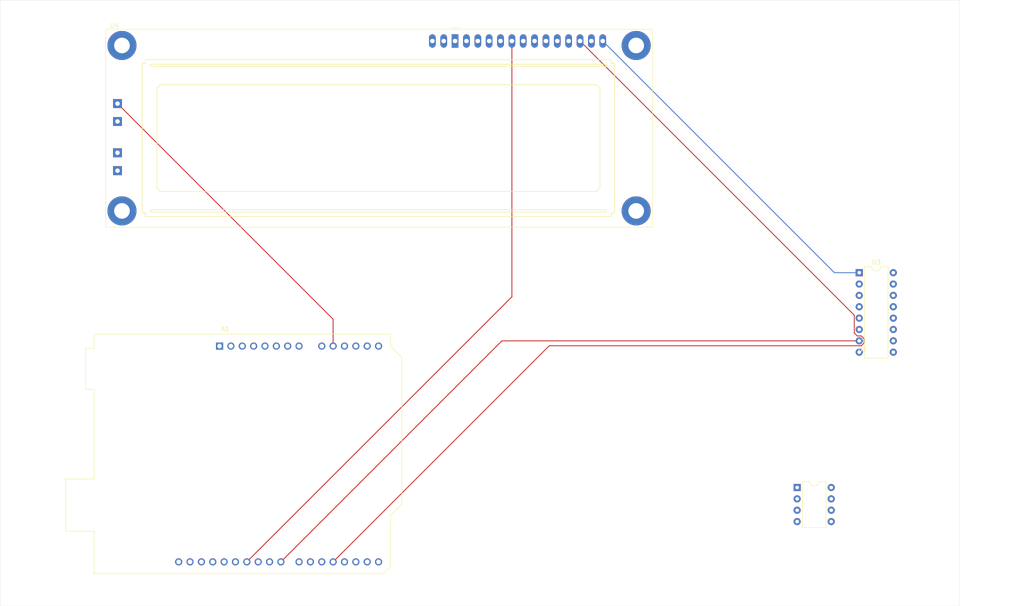
<source format=kicad_pcb>
(kicad_pcb (version 20240108) (generator "pcbnew") (generator_version "8.0")
  (layers (0 "F.Cu" signal) (31 "B.Cu" signal) (34 "B.Paste" user) (35 "F.Paste" user) (36 "B.SilkS" user "B.Silkscreen") (37 "F.SilkS" user "F.Silkscreen") (38 "B.Mask" user) (39 "F.Mask" user) (44 "Edge.Cuts" user))
  (net 0 "")
  (net 1 "Net-(A1-D13)")
  (net 2 "Net-(A1-D4)")
  (net 3 "Net-(A1-D2)")
  (net 4 "Net-(A1-D9)")
  (net 6 "Net-(U1-SDA)")
  (net 13 "Net-(A1-D12)")
  (net 14 "Net-(A1-D3)")
  (net 16 "Net-(A1-D5)")
  (net 20 "Net-(A1-D11)")
  (net 21 "Net-(A1-D7)")
  (net 22 "Net-(A1-A0)")
  (net 23 "Net-(U1-SCL)")
  (net 24 "Net-(A1-A1)")
  (net 27 "Net-(A1-D10)")
  (net 31 "Net-(A1-D8)")
  (net 33 "Net-(U1-X2)")
  (net 37 "Net-(U1-X1)")
  (net 41 "Net-(M1-+)")
  (net 50 "Net-(M1--)")
  (net 51 "+5V")
  (footprint "Module:Arduino_UNO_R3" (layer "F.Cu") (at 76.825 111.87)
    (property "Reference" "A1" (at 1.27 -3.81 180) (layer "F.SilkS"))
    (property "Value" "Arduino_UNO_R3")
    (fp_line (start -34.42 29.72) (end -34.42 41.4) (stroke (width 0.12)) (layer "F.SilkS"))
    (fp_line (start -34.42 41.4) (end -28.07 41.4) (stroke (width 0.12)) (layer "F.SilkS"))
    (fp_line (start -29.97 0.51) (end -29.97 9.65) (stroke (width 0.12)) (layer "F.SilkS"))
    (fp_line (start -29.97 9.65) (end -28.07 9.65) (stroke (width 0.12)) (layer "F.SilkS"))
    (fp_line (start -28.07 -2.67) (end -28.07 0.51) (stroke (width 0.12)) (layer "F.SilkS"))
    (fp_line (start -28.07 0.51) (end -29.97 0.51) (stroke (width 0.12)) (layer "F.SilkS"))
    (fp_line (start -28.07 9.65) (end -28.07 29.72) (stroke (width 0.12)) (layer "F.SilkS"))
    (fp_line (start -28.07 29.72) (end -34.42 29.72) (stroke (width 0.12)) (layer "F.SilkS"))
    (fp_line (start -28.07 41.4) (end -28.07 50.93) (stroke (width 0.12)) (layer "F.SilkS"))
    (fp_line (start -28.07 50.93) (end 36.58 50.93) (stroke (width 0.12)) (layer "F.SilkS"))
    (fp_line (start 36.58 50.93) (end 38.23 49.28) (stroke (width 0.12)) (layer "F.SilkS"))
    (fp_line (start 38.23 -2.67) (end -28.07 -2.67) (stroke (width 0.12)) (layer "F.SilkS"))
    (fp_line (start 38.23 0) (end 38.23 -2.67) (stroke (width 0.12)) (layer "F.SilkS"))
    (fp_line (start 38.23 37.85) (end 40.77 35.31) (stroke (width 0.12)) (layer "F.SilkS"))
    (fp_line (start 38.23 49.28) (end 38.23 37.85) (stroke (width 0.12)) (layer "F.SilkS"))
    (fp_line (start 40.77 2.54) (end 38.23 0) (stroke (width 0.12)) (layer "F.SilkS"))
    (fp_line (start 40.77 35.31) (end 40.77 2.54) (stroke (width 0.12)) (layer "F.SilkS"))
    (pad "1" thru_hole rect (at 0 0 90) (size 1.6 1.6) (drill 1) (layers "*.Cu" "*.Mask"))
    (pad "2" thru_hole oval (at 2.54 0 90) (size 1.6 1.6) (drill 1) (layers "*.Cu" "*.Mask"))
    (pad "3" thru_hole oval (at 5.08 0 90) (size 1.6 1.6) (drill 1) (layers "*.Cu" "*.Mask"))
    (pad "4" thru_hole oval (at 7.62 0 90) (size 1.6 1.6) (drill 1) (layers "*.Cu" "*.Mask"))
    (pad "5" thru_hole oval (at 10.16 0 90) (size 1.6 1.6) (drill 1) (layers "*.Cu" "*.Mask"))
    (pad "6" thru_hole oval (at 12.7 0 90) (size 1.6 1.6) (drill 1) (layers "*.Cu" "*.Mask"))
    (pad "7" thru_hole oval (at 15.24 0 90) (size 1.6 1.6) (drill 1) (layers "*.Cu" "*.Mask"))
    (pad "8" thru_hole oval (at 17.78 0 90) (size 1.6 1.6) (drill 1) (layers "*.Cu" "*.Mask"))
    (pad "9" thru_hole oval (at 22.86 0 90) (size 1.6 1.6) (drill 1) (layers "*.Cu" "*.Mask") (net 22 "Net-(A1-A0)"))
    (pad "10" thru_hole oval (at 25.4 0 90) (size 1.6 1.6) (drill 1) (layers "*.Cu" "*.Mask") (net 24 "Net-(A1-A1)"))
    (pad "11" thru_hole oval (at 27.94 0 90) (size 1.6 1.6) (drill 1) (layers "*.Cu" "*.Mask"))
    (pad "12" thru_hole oval (at 30.48 0 90) (size 1.6 1.6) (drill 1) (layers "*.Cu" "*.Mask"))
    (pad "13" thru_hole oval (at 33.02 0 90) (size 1.6 1.6) (drill 1) (layers "*.Cu" "*.Mask") (net 6 "Net-(U1-SDA)"))
    (pad "14" thru_hole oval (at 35.56 0 90) (size 1.6 1.6) (drill 1) (layers "*.Cu" "*.Mask") (net 23 "Net-(U1-SCL)"))
    (pad "15" thru_hole oval (at 35.56 48.26 90) (size 1.6 1.6) (drill 1) (layers "*.Cu" "*.Mask"))
    (pad "16" thru_hole oval (at 33.02 48.26 90) (size 1.6 1.6) (drill 1) (layers "*.Cu" "*.Mask"))
    (pad "17" thru_hole oval (at 30.48 48.26 90) (size 1.6 1.6) (drill 1) (layers "*.Cu" "*.Mask") (net 3 "Net-(A1-D2)"))
    (pad "18" thru_hole oval (at 27.94 48.26 90) (size 1.6 1.6) (drill 1) (layers "*.Cu" "*.Mask") (net 14 "Net-(A1-D3)"))
    (pad "19" thru_hole oval (at 25.4 48.26 90) (size 1.6 1.6) (drill 1) (layers "*.Cu" "*.Mask") (net 2 "Net-(A1-D4)"))
    (pad "20" thru_hole oval (at 22.86 48.26 90) (size 1.6 1.6) (drill 1) (layers "*.Cu" "*.Mask") (net 16 "Net-(A1-D5)"))
    (pad "21" thru_hole oval (at 20.32 48.26 90) (size 1.6 1.6) (drill 1) (layers "*.Cu" "*.Mask"))
    (pad "22" thru_hole oval (at 17.78 48.26 90) (size 1.6 1.6) (drill 1) (layers "*.Cu" "*.Mask") (net 21 "Net-(A1-D7)"))
    (pad "23" thru_hole oval (at 13.72 48.26 90) (size 1.6 1.6) (drill 1) (layers "*.Cu" "*.Mask") (net 31 "Net-(A1-D8)"))
    (pad "24" thru_hole oval (at 11.18 48.26 90) (size 1.6 1.6) (drill 1) (layers "*.Cu" "*.Mask") (net 4 "Net-(A1-D9)"))
    (pad "25" thru_hole oval (at 8.64 48.26 90) (size 1.6 1.6) (drill 1) (layers "*.Cu" "*.Mask") (net 27 "Net-(A1-D10)"))
    (pad "26" thru_hole oval (at 6.1 48.26 90) (size 1.6 1.6) (drill 1) (layers "*.Cu" "*.Mask") (net 20 "Net-(A1-D11)"))
    (pad "27" thru_hole oval (at 3.56 48.26 90) (size 1.6 1.6) (drill 1) (layers "*.Cu" "*.Mask") (net 13 "Net-(A1-D12)"))
    (pad "28" thru_hole oval (at 1.02 48.26 90) (size 1.6 1.6) (drill 1) (layers "*.Cu" "*.Mask") (net 1 "Net-(A1-D13)"))
    (pad "29" thru_hole oval (at -1.52 48.26 90) (size 1.6 1.6) (drill 1) (layers "*.Cu" "*.Mask"))
    (pad "30" thru_hole oval (at -4.06 48.26 90) (size 1.6 1.6) (drill 1) (layers "*.Cu" "*.Mask"))
    (pad "31" thru_hole oval (at -6.6 48.26 90) (size 1.6 1.6) (drill 1) (layers "*.Cu" "*.Mask"))
    (pad "32" thru_hole oval (at -9.14 48.26 90) (size 1.6 1.6) (drill 1) (layers "*.Cu" "*.Mask"))
  )
  (footprint "Package_DIP:DIP-8_W7.62mm" (layer "F.Cu") (at 206 143.5)
    (property "Reference" "U1" (at 14.62 -30.94 0) (layer "F.SilkS"))
    (property "Value" "DS1307+")
    (fp_line (start 1.16 -1.33) (end 1.16 8.95) (stroke (width 0.12)) (layer "F.SilkS"))
    (fp_line (start 1.16 8.95) (end 6.46 8.95) (stroke (width 0.12)) (layer "F.SilkS"))
    (fp_line (start 2.81 -1.33) (end 1.16 -1.33) (stroke (width 0.12)) (layer "F.SilkS"))
    (fp_line (start 6.46 -1.33) (end 4.81 -1.33) (stroke (width 0.12)) (layer "F.SilkS"))
    (fp_line (start 6.46 8.95) (end 6.46 -1.33) (stroke (width 0.12)) (layer "F.SilkS"))
    (fp_arc (start 4.81 -1.33) (mid 3.81 -0.33) (end 2.81 -1.33) (stroke (width 0.12)) (layer "F.SilkS"))
    (pad "1" thru_hole rect (at 0 0) (size 1.6 1.6) (drill 0.8) (layers "*.Cu" "*.Mask") (net 37 "Net-(U1-X1)"))
    (pad "2" thru_hole oval (at 0 2.54) (size 1.6 1.6) (drill 0.8) (layers "*.Cu" "*.Mask") (net 33 "Net-(U1-X2)"))
    (pad "3" thru_hole oval (at 0 5.08) (size 1.6 1.6) (drill 0.8) (layers "*.Cu" "*.Mask"))
    (pad "4" thru_hole oval (at 0 7.62) (size 1.6 1.6) (drill 0.8) (layers "*.Cu" "*.Mask"))
    (pad "5" thru_hole oval (at 7.62 7.62) (size 1.6 1.6) (drill 0.8) (layers "*.Cu" "*.Mask") (net 6 "Net-(U1-SDA)"))
    (pad "6" thru_hole oval (at 7.62 5.08) (size 1.6 1.6) (drill 0.8) (layers "*.Cu" "*.Mask") (net 23 "Net-(U1-SCL)"))
    (pad "7" thru_hole oval (at 7.62 2.54) (size 1.6 1.6) (drill 0.8) (layers "*.Cu" "*.Mask"))
    (pad "8" thru_hole oval (at 7.62 0) (size 1.6 1.6) (drill 0.8) (layers "*.Cu" "*.Mask"))
  )
  (footprint "Display:LCD-016N002L" (layer "F.Cu") (at 129.5 43.6425)
    (property "Reference" "U4" (at -76.21 -3.41 180) (layer "F.SilkS"))
    (property "Value" "LCD-016N002L")
    (fp_line (start -78.14 -2.64) (end -78.14 41.64) (stroke (width 0.12)) (layer "F.SilkS"))
    (fp_line (start -78.14 41.64) (end 44.14 41.64) (stroke (width 0.12)) (layer "F.SilkS"))
    (fp_line (start -69.977 4.953) (end -69.977 38.481) (stroke (width 0.15)) (layer "F.SilkS"))
    (fp_line (start -69.215 4.191) (end -69.215 4.953) (stroke (width 0.15)) (layer "F.SilkS"))
    (fp_line (start -69.215 4.953) (end -69.977 4.953) (stroke (width 0.15)) (layer "F.SilkS"))
    (fp_line (start -69.215 38.481) (end -69.977 38.481) (stroke (width 0.15)) (layer "F.SilkS"))
    (fp_line (start -69.215 39.243) (end -69.215 38.481) (stroke (width 0.15)) (layer "F.SilkS"))
    (fp_line (start -69.215 39.243) (end 34.925 39.243) (stroke (width 0.15)) (layer "F.SilkS"))
    (fp_line (start -68.199 5.461) (end -67.945 5.715) (stroke (width 0.15)) (layer "F.SilkS"))
    (fp_line (start -68.199 37.973) (end -67.945 38.227) (stroke (width 0.15)) (layer "F.SilkS"))
    (fp_line (start -67.945 5.207) (end -68.199 5.461) (stroke (width 0.15)) (layer "F.SilkS"))
    (fp_line (start -67.945 5.715) (end 33.655 5.715) (stroke (width 0.15)) (layer "F.SilkS"))
    (fp_line (start -67.945 37.719) (end -68.199 37.973) (stroke (width 0.15)) (layer "F.SilkS"))
    (fp_line (start -67.945 38.227) (end 33.655 38.227) (stroke (width 0.15)) (layer "F.SilkS"))
    (fp_line (start -66.675 10.541) (end -65.913 9.779) (stroke (width 0.15)) (layer "F.SilkS"))
    (fp_line (start -66.675 32.893) (end -66.675 10.541) (stroke (width 0.15)) (layer "F.SilkS"))
    (fp_line (start -65.913 9.779) (end 31.623 9.779) (stroke (width 0.15)) (layer "F.SilkS"))
    (fp_line (start -65.913 33.655) (end -66.675 32.893) (stroke (width 0.15)) (layer "F.SilkS"))
    (fp_line (start -1 -3) (end 1 -3) (stroke (width 0.12)) (layer "F.SilkS"))
    (fp_line (start 31.623 9.779) (end 32.385 10.541) (stroke (width 0.15)) (layer "F.SilkS"))
    (fp_line (start 31.623 33.655) (end -65.913 33.655) (stroke (width 0.15)) (layer "F.SilkS"))
    (fp_line (start 32.385 10.541) (end 32.385 32.893) (stroke (width 0.15)) (layer "F.SilkS"))
    (fp_line (start 32.385 32.893) (end 31.623 33.655) (stroke (width 0.15)) (layer "F.SilkS"))
    (fp_line (start 33.655 5.207) (end -67.945 5.207) (stroke (width 0.15)) (layer "F.SilkS"))
    (fp_line (start 33.655 5.207) (end 33.909 5.461) (stroke (width 0.15)) (layer "F.SilkS"))
    (fp_line (start 33.655 37.719) (end -67.945 37.719) (stroke (width 0.15)) (layer "F.SilkS"))
    (fp_line (start 33.655 38.227) (end 33.909 37.973) (stroke (width 0.15)) (layer "F.SilkS"))
    (fp_line (start 33.909 5.461) (end 33.655 5.715) (stroke (width 0.15)) (layer "F.SilkS"))
    (fp_line (start 33.909 37.973) (end 33.655 37.719) (stroke (width 0.15)) (layer "F.SilkS"))
    (fp_line (start 34.925 4.191) (end -69.215 4.191) (stroke (width 0.15)) (layer "F.SilkS"))
    (fp_line (start 34.925 4.191) (end 34.925 4.953) (stroke (width 0.15)) (layer "F.SilkS"))
    (fp_line (start 34.925 4.953) (end 35.687 4.953) (stroke (width 0.15)) (layer "F.SilkS"))
    (fp_line (start 34.925 38.481) (end 34.925 39.243) (stroke (width 0.15)) (layer "F.SilkS"))
    (fp_line (start 35.687 38.481) (end 34.925 38.481) (stroke (width 0.15)) (layer "F.SilkS"))
    (fp_line (start 35.687 38.481) (end 35.687 4.953) (stroke (width 0.15)) (layer "F.SilkS"))
    (fp_line (start 44.14 -2.64) (end -78.14 -2.64) (stroke (width 0.12)) (layer "F.SilkS"))
    (fp_line (start 44.14 -2.64) (end 44.14 41.64) (stroke (width 0.12)) (layer "F.SilkS"))
    (pad "" thru_hole circle (at -74.5 1 180) (size 6.5 6.5) (drill 3.5) (layers "*.Cu" "*.Mask"))
    (pad "" thru_hole circle (at -74.5 38 180) (size 6.5 6.5) (drill 3.5) (layers "*.Cu" "*.Mask"))
    (pad "" thru_hole circle (at 40.5 1 180) (size 6.5 6.5) (drill 3.5) (layers "*.Cu" "*.Mask"))
    (pad "" thru_hole circle (at 40.5 38 180) (size 6.5 6.5) (drill 3.5) (layers "*.Cu" "*.Mask"))
    (pad "1" thru_hole rect (at 0 0 180) (size 1.5 3) (drill 1) (layers "*.Cu" "*.Mask"))
    (pad "2" thru_hole oval (at 2.54 0 180) (size 1.5 3) (drill 1) (layers "*.Cu" "*.Mask"))
    (pad "3" thru_hole oval (at 5.08 0 180) (size 1.5 3) (drill 1) (layers "*.Cu" "*.Mask"))
    (pad "4" thru_hole oval (at 7.62 0 180) (size 1.5 3) (drill 1) (layers "*.Cu" "*.Mask") (net 13 "Net-(A1-D12)"))
    (pad "5" thru_hole oval (at 10.16 0 180) (size 1.5 3) (drill 1) (layers "*.Cu" "*.Mask"))
    (pad "6" thru_hole oval (at 12.7 0 180) (size 1.5 3) (drill 1) (layers "*.Cu" "*.Mask") (net 20 "Net-(A1-D11)"))
    (pad "7" thru_hole oval (at 15.24 0 180) (size 1.5 3) (drill 1) (layers "*.Cu" "*.Mask"))
    (pad "8" thru_hole oval (at 17.78 0 180) (size 1.5 3) (drill 1) (layers "*.Cu" "*.Mask"))
    (pad "9" thru_hole oval (at 20.32 0 180) (size 1.5 3) (drill 1) (layers "*.Cu" "*.Mask"))
    (pad "10" thru_hole oval (at 22.86 0 180) (size 1.5 3) (drill 1) (layers "*.Cu" "*.Mask"))
    (pad "11" thru_hole oval (at 25.4 0 180) (size 1.5 3) (drill 1) (layers "*.Cu" "*.Mask") (net 16 "Net-(A1-D5)"))
    (pad "12" thru_hole oval (at 27.94 0 180) (size 1.5 3) (drill 1) (layers "*.Cu" "*.Mask") (net 2 "Net-(A1-D4)"))
    (pad "13" thru_hole oval (at 30.48 0 180) (size 1.5 3) (drill 1) (layers "*.Cu" "*.Mask") (net 14 "Net-(A1-D3)"))
    (pad "14" thru_hole oval (at 33.02 0 180) (size 1.5 3) (drill 1) (layers "*.Cu" "*.Mask") (net 3 "Net-(A1-D2)"))
    (pad "15" thru_hole oval (at -2.54 0 180) (size 1.5 3) (drill 1) (layers "*.Cu" "*.Mask"))
    (pad "16" thru_hole oval (at -5.08 0 180) (size 1.5 3) (drill 1) (layers "*.Cu" "*.Mask"))
    (pad "A1" thru_hole rect (at -75.5 14 180) (size 2 2) (drill 1) (layers "*.Cu" "*.Mask") (net 24 "Net-(A1-A1)"))
    (pad "A2" thru_hole rect (at -75.5 25 180) (size 2 2) (drill 1) (layers "*.Cu" "*.Mask"))
    (pad "K1" thru_hole rect (at -75.5 18 180) (size 2 2) (drill 1) (layers "*.Cu" "*.Mask"))
    (pad "K2" thru_hole rect (at -75.5 29 180) (size 2 2) (drill 1) (layers "*.Cu" "*.Mask"))
  )
  (footprint "Package_DIP:DIP-16_W7.62mm" (layer "F.Cu") (at 219.88 95.46)
    (property "Reference" "U3" (at 3.81 -2.33 0) (layer "F.SilkS"))
    (property "Value" "L293D")
    (fp_line (start 1.16 -1.33) (end 1.16 19.11) (stroke (width 0.12)) (layer "F.SilkS"))
    (fp_line (start 1.16 19.11) (end 6.46 19.11) (stroke (width 0.12)) (layer "F.SilkS"))
    (fp_line (start 2.81 -1.33) (end 1.16 -1.33) (stroke (width 0.12)) (layer "F.SilkS"))
    (fp_line (start 6.46 -1.33) (end 4.81 -1.33) (stroke (width 0.12)) (layer "F.SilkS"))
    (fp_line (start 6.46 19.11) (end 6.46 -1.33) (stroke (width 0.12)) (layer "F.SilkS"))
    (fp_arc (start 4.81 -1.33) (mid 3.81 -0.33) (end 2.81 -1.33) (stroke (width 0.12)) (layer "F.SilkS"))
    (pad "1" thru_hole rect (at 0 0) (size 1.6 1.6) (drill 0.8) (layers "*.Cu" "*.Mask") (net 3 "Net-(A1-D2)"))
    (pad "2" thru_hole oval (at 0 2.54) (size 1.6 1.6) (drill 0.8) (layers "*.Cu" "*.Mask") (net 4 "Net-(A1-D9)"))
    (pad "3" thru_hole oval (at 0 5.08) (size 1.6 1.6) (drill 0.8) (layers "*.Cu" "*.Mask") (net 41 "Net-(M1-+)"))
    (pad "4" thru_hole oval (at 0 7.62) (size 1.6 1.6) (drill 0.8) (layers "*.Cu" "*.Mask"))
    (pad "5" thru_hole oval (at 0 10.16) (size 1.6 1.6) (drill 0.8) (layers "*.Cu" "*.Mask"))
    (pad "6" thru_hole oval (at 0 12.7) (size 1.6 1.6) (drill 0.8) (layers "*.Cu" "*.Mask") (net 50 "Net-(M1--)"))
    (pad "7" thru_hole oval (at 0 15.24) (size 1.6 1.6) (drill 0.8) (layers "*.Cu" "*.Mask") (net 31 "Net-(A1-D8)"))
    (pad "8" thru_hole oval (at 0 17.78) (size 1.6 1.6) (drill 0.8) (layers "*.Cu" "*.Mask"))
    (pad "9" thru_hole oval (at 7.62 17.78) (size 1.6 1.6) (drill 0.8) (layers "*.Cu" "*.Mask"))
    (pad "10" thru_hole oval (at 7.62 15.24) (size 1.6 1.6) (drill 0.8) (layers "*.Cu" "*.Mask"))
    (pad "11" thru_hole oval (at 7.62 12.7) (size 1.6 1.6) (drill 0.8) (layers "*.Cu" "*.Mask"))
    (pad "12" thru_hole oval (at 7.62 10.16) (size 1.6 1.6) (drill 0.8) (layers "*.Cu" "*.Mask"))
    (pad "13" thru_hole oval (at 7.62 7.62) (size 1.6 1.6) (drill 0.8) (layers "*.Cu" "*.Mask"))
    (pad "14" thru_hole oval (at 7.62 5.08) (size 1.6 1.6) (drill 0.8) (layers "*.Cu" "*.Mask"))
    (pad "15" thru_hole oval (at 7.62 2.54) (size 1.6 1.6) (drill 0.8) (layers "*.Cu" "*.Mask"))
    (pad "16" thru_hole oval (at 7.62 0) (size 1.6 1.6) (drill 0.8) (layers "*.Cu" "*.Mask") (net 51 "+5V"))
  )
  (gr_rect (start 27.75 34.5) (end 242.25 170) (stroke (width 0.05)) (fill none) (layer "Edge.Cuts"))
  (segment (start 220.335635 109.6) (end 220.98 110.244365) (width 0.2) (layer "F.Cu") (net 2))
  (segment (start 220.335635 111.8) (end 150.555 111.8) (width 0.2) (layer "F.Cu") (net 2))
  (segment (start 219.424365 109.6) (end 220.335635 109.6) (width 0.2) (layer "F.Cu") (net 2))
  (segment (start 218.78 108.955635) (end 219.424365 109.6) (width 0.2) (layer "F.Cu") (net 2))
  (segment (start 220.98 111.155635) (end 220.335635 111.8) (width 0.2) (layer "F.Cu") (net 2))
  (segment (start 220.98 110.244365) (end 220.98 111.155635) (width 0.2) (layer "F.Cu") (net 2))
  (segment (start 157.44 43.6425) (end 218.78 104.9825) (width 0.2) (layer "F.Cu") (net 2))
  (segment (start 150.555 111.8) (end 102.225 160.13) (width 0.2) (layer "F.Cu") (net 2))
  (segment (start 218.78 104.9825) (end 218.78 108.955635) (width 0.2) (layer "F.Cu") (net 2))
  (segment (start 162.52 43.6425) (end 214.3375 95.46) (width 0.2) (layer "B.Cu") (net 3))
  (segment (start 214.3375 95.46) (end 219.88 95.46) (width 0.2) (layer "B.Cu") (net 3))
  (segment (start 142.2 100.855) (end 82.925 160.13) (width 0.2) (layer "F.Cu") (net 20))
  (segment (start 142.2 43.6425) (end 142.2 100.855) (width 0.2) (layer "F.Cu") (net 20))
  (segment (start 54 57.6425) (end 102.225 105.8675) (width 0.2) (layer "F.Cu") (net 24))
  (segment (start 102.225 105.8675) (end 102.225 111.87) (width 0.2) (layer "F.Cu") (net 24))
  (segment (start 219.88 110.7) (end 139.975 110.7) (width 0.2) (layer "F.Cu") (net 31))
  (segment (start 139.975 110.7) (end 90.545 160.13) (width 0.2) (layer "F.Cu") (net 31))
)
</source>
